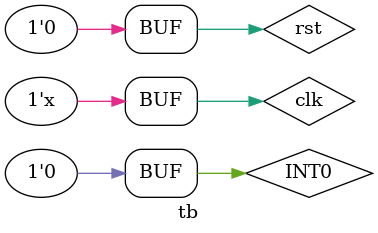
<source format=v>
`timescale 1ns / 1ps


module tb();
reg clk;
reg rst;
reg INT0;
simCPU_wrapper u(.clk(clk),
.rst(rst),.INT0(INT0));
always #5 clk=~clk;
initial begin
clk = 0;
rst= 1;
INT0=0;
#1;
rst=0;
#63;
INT0=1;
#1;
INT0=0;
#42;
INT0=1;
#1;
INT0=0;
end
endmodule

</source>
